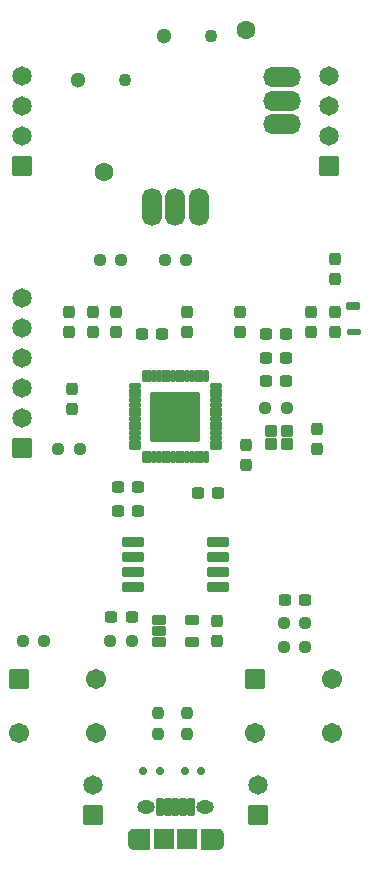
<source format=gbr>
%TF.GenerationSoftware,KiCad,Pcbnew,8.0.2*%
%TF.CreationDate,2024-07-02T22:35:23-04:00*%
%TF.ProjectId,HackerMouseProject,4861636b-6572-44d6-9f75-736550726f6a,rev?*%
%TF.SameCoordinates,Original*%
%TF.FileFunction,Soldermask,Top*%
%TF.FilePolarity,Negative*%
%FSLAX46Y46*%
G04 Gerber Fmt 4.6, Leading zero omitted, Abs format (unit mm)*
G04 Created by KiCad (PCBNEW 8.0.2) date 2024-07-02 22:35:23*
%MOMM*%
%LPD*%
G01*
G04 APERTURE LIST*
G04 Aperture macros list*
%AMRoundRect*
0 Rectangle with rounded corners*
0 $1 Rounding radius*
0 $2 $3 $4 $5 $6 $7 $8 $9 X,Y pos of 4 corners*
0 Add a 4 corners polygon primitive as box body*
4,1,4,$2,$3,$4,$5,$6,$7,$8,$9,$2,$3,0*
0 Add four circle primitives for the rounded corners*
1,1,$1+$1,$2,$3*
1,1,$1+$1,$4,$5*
1,1,$1+$1,$6,$7*
1,1,$1+$1,$8,$9*
0 Add four rect primitives between the rounded corners*
20,1,$1+$1,$2,$3,$4,$5,0*
20,1,$1+$1,$4,$5,$6,$7,0*
20,1,$1+$1,$6,$7,$8,$9,0*
20,1,$1+$1,$8,$9,$2,$3,0*%
G04 Aperture macros list end*
%ADD10C,0.010000*%
%ADD11RoundRect,0.102000X0.725000X-0.725000X0.725000X0.725000X-0.725000X0.725000X-0.725000X-0.725000X0*%
%ADD12C,1.654000*%
%ADD13RoundRect,0.237500X0.237500X-0.300000X0.237500X0.300000X-0.237500X0.300000X-0.237500X-0.300000X0*%
%ADD14RoundRect,0.237500X-0.237500X0.250000X-0.237500X-0.250000X0.237500X-0.250000X0.237500X0.250000X0*%
%ADD15RoundRect,0.237500X0.300000X0.237500X-0.300000X0.237500X-0.300000X-0.237500X0.300000X-0.237500X0*%
%ADD16RoundRect,0.237500X-0.250000X-0.237500X0.250000X-0.237500X0.250000X0.237500X-0.250000X0.237500X0*%
%ADD17RoundRect,0.237500X-0.300000X-0.237500X0.300000X-0.237500X0.300000X0.237500X-0.300000X0.237500X0*%
%ADD18C,1.600000*%
%ADD19O,3.204000X1.704000*%
%ADD20O,1.704000X3.204000*%
%ADD21RoundRect,0.237500X0.250000X0.237500X-0.250000X0.237500X-0.250000X-0.237500X0.250000X-0.237500X0*%
%ADD22RoundRect,0.053000X-0.159000X0.454000X-0.159000X-0.454000X0.159000X-0.454000X0.159000X0.454000X0*%
%ADD23RoundRect,0.053000X-0.454000X0.159000X-0.454000X-0.159000X0.454000X-0.159000X0.454000X0.159000X0*%
%ADD24RoundRect,0.102000X-2.000000X2.000000X-2.000000X-2.000000X2.000000X-2.000000X2.000000X2.000000X0*%
%ADD25RoundRect,0.127500X-0.483250X-0.127500X0.483250X-0.127500X0.483250X0.127500X-0.483250X0.127500X0*%
%ADD26RoundRect,0.165000X-0.453250X-0.165000X0.453250X-0.165000X0.453250X0.165000X-0.453250X0.165000X0*%
%ADD27RoundRect,0.102000X-0.749000X-0.749000X0.749000X-0.749000X0.749000X0.749000X-0.749000X0.749000X0*%
%ADD28C,1.702000*%
%ADD29RoundRect,0.150000X0.150000X0.200000X-0.150000X0.200000X-0.150000X-0.200000X0.150000X-0.200000X0*%
%ADD30RoundRect,0.237500X-0.237500X0.300000X-0.237500X-0.300000X0.237500X-0.300000X0.237500X0.300000X0*%
%ADD31RoundRect,0.150000X-0.150000X-0.200000X0.150000X-0.200000X0.150000X0.200000X-0.150000X0.200000X0*%
%ADD32RoundRect,0.102000X-0.425000X0.375000X-0.425000X-0.375000X0.425000X-0.375000X0.425000X0.375000X0*%
%ADD33RoundRect,0.102000X-0.450000X-0.300000X0.450000X-0.300000X0.450000X0.300000X-0.450000X0.300000X0*%
%ADD34RoundRect,0.102000X-0.200000X-0.675000X0.200000X-0.675000X0.200000X0.675000X-0.200000X0.675000X0*%
%ADD35RoundRect,0.102000X-0.750000X-0.775000X0.750000X-0.775000X0.750000X0.775000X-0.750000X0.775000X0*%
%ADD36O,1.504000X1.154000*%
%ADD37RoundRect,0.098000X-0.809000X-0.294000X0.809000X-0.294000X0.809000X0.294000X-0.809000X0.294000X0*%
%ADD38C,1.100000*%
%ADD39C,1.300000*%
G04 APERTURE END LIST*
D10*
%TO.C,J1*%
X172800000Y-107625000D02*
X171555000Y-107625000D01*
X171524000Y-107624000D01*
X171492000Y-107622000D01*
X171461000Y-107618000D01*
X171430000Y-107612000D01*
X171400000Y-107605000D01*
X171370000Y-107596000D01*
X171340000Y-107585000D01*
X171311000Y-107573000D01*
X171283000Y-107560000D01*
X171255000Y-107545000D01*
X171228000Y-107528000D01*
X171202000Y-107510000D01*
X171177000Y-107491000D01*
X171154000Y-107471000D01*
X171131000Y-107449000D01*
X171109000Y-107426000D01*
X171089000Y-107403000D01*
X171070000Y-107378000D01*
X171052000Y-107352000D01*
X171035000Y-107325000D01*
X171020000Y-107297000D01*
X171007000Y-107269000D01*
X170995000Y-107240000D01*
X170984000Y-107210000D01*
X170975000Y-107180000D01*
X170968000Y-107150000D01*
X170962000Y-107119000D01*
X170958000Y-107088000D01*
X170956000Y-107056000D01*
X170955000Y-107025000D01*
X170955000Y-106475000D01*
X170956000Y-106444000D01*
X170958000Y-106412000D01*
X170962000Y-106381000D01*
X170968000Y-106350000D01*
X170975000Y-106320000D01*
X170984000Y-106290000D01*
X170995000Y-106260000D01*
X171007000Y-106231000D01*
X171020000Y-106203000D01*
X171035000Y-106175000D01*
X171052000Y-106148000D01*
X171070000Y-106122000D01*
X171089000Y-106097000D01*
X171109000Y-106074000D01*
X171131000Y-106051000D01*
X171154000Y-106029000D01*
X171177000Y-106009000D01*
X171202000Y-105990000D01*
X171228000Y-105972000D01*
X171255000Y-105955000D01*
X171283000Y-105940000D01*
X171311000Y-105927000D01*
X171340000Y-105915000D01*
X171370000Y-105904000D01*
X171400000Y-105895000D01*
X171430000Y-105888000D01*
X171461000Y-105882000D01*
X171492000Y-105878000D01*
X171524000Y-105876000D01*
X171555000Y-105875000D01*
X172800000Y-105875000D01*
X172800000Y-107625000D01*
G36*
X172800000Y-107625000D02*
G01*
X171555000Y-107625000D01*
X171524000Y-107624000D01*
X171492000Y-107622000D01*
X171461000Y-107618000D01*
X171430000Y-107612000D01*
X171400000Y-107605000D01*
X171370000Y-107596000D01*
X171340000Y-107585000D01*
X171311000Y-107573000D01*
X171283000Y-107560000D01*
X171255000Y-107545000D01*
X171228000Y-107528000D01*
X171202000Y-107510000D01*
X171177000Y-107491000D01*
X171154000Y-107471000D01*
X171131000Y-107449000D01*
X171109000Y-107426000D01*
X171089000Y-107403000D01*
X171070000Y-107378000D01*
X171052000Y-107352000D01*
X171035000Y-107325000D01*
X171020000Y-107297000D01*
X171007000Y-107269000D01*
X170995000Y-107240000D01*
X170984000Y-107210000D01*
X170975000Y-107180000D01*
X170968000Y-107150000D01*
X170962000Y-107119000D01*
X170958000Y-107088000D01*
X170956000Y-107056000D01*
X170955000Y-107025000D01*
X170955000Y-106475000D01*
X170956000Y-106444000D01*
X170958000Y-106412000D01*
X170962000Y-106381000D01*
X170968000Y-106350000D01*
X170975000Y-106320000D01*
X170984000Y-106290000D01*
X170995000Y-106260000D01*
X171007000Y-106231000D01*
X171020000Y-106203000D01*
X171035000Y-106175000D01*
X171052000Y-106148000D01*
X171070000Y-106122000D01*
X171089000Y-106097000D01*
X171109000Y-106074000D01*
X171131000Y-106051000D01*
X171154000Y-106029000D01*
X171177000Y-106009000D01*
X171202000Y-105990000D01*
X171228000Y-105972000D01*
X171255000Y-105955000D01*
X171283000Y-105940000D01*
X171311000Y-105927000D01*
X171340000Y-105915000D01*
X171370000Y-105904000D01*
X171400000Y-105895000D01*
X171430000Y-105888000D01*
X171461000Y-105882000D01*
X171492000Y-105878000D01*
X171524000Y-105876000D01*
X171555000Y-105875000D01*
X172800000Y-105875000D01*
X172800000Y-107625000D01*
G37*
X178476000Y-105876000D02*
X178508000Y-105878000D01*
X178539000Y-105882000D01*
X178570000Y-105888000D01*
X178600000Y-105895000D01*
X178630000Y-105904000D01*
X178660000Y-105915000D01*
X178689000Y-105927000D01*
X178717000Y-105940000D01*
X178745000Y-105955000D01*
X178772000Y-105972000D01*
X178798000Y-105990000D01*
X178823000Y-106009000D01*
X178846000Y-106029000D01*
X178869000Y-106051000D01*
X178891000Y-106074000D01*
X178911000Y-106097000D01*
X178930000Y-106122000D01*
X178948000Y-106148000D01*
X178965000Y-106175000D01*
X178980000Y-106203000D01*
X178993000Y-106231000D01*
X179005000Y-106260000D01*
X179016000Y-106290000D01*
X179025000Y-106320000D01*
X179032000Y-106350000D01*
X179038000Y-106381000D01*
X179042000Y-106412000D01*
X179044000Y-106444000D01*
X179045000Y-106475000D01*
X179045000Y-107025000D01*
X179044000Y-107056000D01*
X179042000Y-107088000D01*
X179038000Y-107119000D01*
X179032000Y-107150000D01*
X179025000Y-107180000D01*
X179016000Y-107210000D01*
X179005000Y-107240000D01*
X178993000Y-107269000D01*
X178980000Y-107297000D01*
X178965000Y-107325000D01*
X178948000Y-107352000D01*
X178930000Y-107378000D01*
X178911000Y-107403000D01*
X178891000Y-107426000D01*
X178869000Y-107449000D01*
X178846000Y-107471000D01*
X178823000Y-107491000D01*
X178798000Y-107510000D01*
X178772000Y-107528000D01*
X178745000Y-107545000D01*
X178717000Y-107560000D01*
X178689000Y-107573000D01*
X178660000Y-107585000D01*
X178630000Y-107596000D01*
X178600000Y-107605000D01*
X178570000Y-107612000D01*
X178539000Y-107618000D01*
X178508000Y-107622000D01*
X178476000Y-107624000D01*
X178445000Y-107625000D01*
X177200000Y-107625000D01*
X177200000Y-105875000D01*
X178445000Y-105875000D01*
X178476000Y-105876000D01*
G36*
X178476000Y-105876000D02*
G01*
X178508000Y-105878000D01*
X178539000Y-105882000D01*
X178570000Y-105888000D01*
X178600000Y-105895000D01*
X178630000Y-105904000D01*
X178660000Y-105915000D01*
X178689000Y-105927000D01*
X178717000Y-105940000D01*
X178745000Y-105955000D01*
X178772000Y-105972000D01*
X178798000Y-105990000D01*
X178823000Y-106009000D01*
X178846000Y-106029000D01*
X178869000Y-106051000D01*
X178891000Y-106074000D01*
X178911000Y-106097000D01*
X178930000Y-106122000D01*
X178948000Y-106148000D01*
X178965000Y-106175000D01*
X178980000Y-106203000D01*
X178993000Y-106231000D01*
X179005000Y-106260000D01*
X179016000Y-106290000D01*
X179025000Y-106320000D01*
X179032000Y-106350000D01*
X179038000Y-106381000D01*
X179042000Y-106412000D01*
X179044000Y-106444000D01*
X179045000Y-106475000D01*
X179045000Y-107025000D01*
X179044000Y-107056000D01*
X179042000Y-107088000D01*
X179038000Y-107119000D01*
X179032000Y-107150000D01*
X179025000Y-107180000D01*
X179016000Y-107210000D01*
X179005000Y-107240000D01*
X178993000Y-107269000D01*
X178980000Y-107297000D01*
X178965000Y-107325000D01*
X178948000Y-107352000D01*
X178930000Y-107378000D01*
X178911000Y-107403000D01*
X178891000Y-107426000D01*
X178869000Y-107449000D01*
X178846000Y-107471000D01*
X178823000Y-107491000D01*
X178798000Y-107510000D01*
X178772000Y-107528000D01*
X178745000Y-107545000D01*
X178717000Y-107560000D01*
X178689000Y-107573000D01*
X178660000Y-107585000D01*
X178630000Y-107596000D01*
X178600000Y-107605000D01*
X178570000Y-107612000D01*
X178539000Y-107618000D01*
X178508000Y-107622000D01*
X178476000Y-107624000D01*
X178445000Y-107625000D01*
X177200000Y-107625000D01*
X177200000Y-105875000D01*
X178445000Y-105875000D01*
X178476000Y-105876000D01*
G37*
%TD*%
D11*
%TO.C,J6*%
X168000000Y-104770000D03*
D12*
X168000000Y-102230000D03*
%TD*%
D13*
%TO.C,L4*%
X188500000Y-63862500D03*
X188500000Y-62137500D03*
%TD*%
D14*
%TO.C,R4*%
X173500000Y-96087500D03*
X173500000Y-97912500D03*
%TD*%
D15*
%TO.C,C7*%
X178612500Y-77500000D03*
X176887500Y-77500000D03*
%TD*%
D16*
%TO.C,R1*%
X184187500Y-90475000D03*
X186012500Y-90475000D03*
%TD*%
D13*
%TO.C,C5*%
X169990000Y-63862500D03*
X169990000Y-62137500D03*
%TD*%
D17*
%TO.C,C12*%
X182637500Y-68000000D03*
X184362500Y-68000000D03*
%TD*%
D18*
%TO.C,S1*%
X169000000Y-50250000D03*
X181000000Y-38250000D03*
D19*
X184000000Y-44250000D03*
X184000000Y-46250000D03*
X184000000Y-42250000D03*
D20*
X175000000Y-53250000D03*
X177000000Y-53250000D03*
X173000000Y-53250000D03*
%TD*%
D21*
%TO.C,R10*%
X171325000Y-90000000D03*
X169500000Y-90000000D03*
%TD*%
D16*
%TO.C,R2*%
X182587500Y-70250000D03*
X184412500Y-70250000D03*
%TD*%
D14*
%TO.C,R3*%
X176000000Y-96087500D03*
X176000000Y-97912500D03*
%TD*%
D16*
%TO.C,R7*%
X168587500Y-57750000D03*
X170412500Y-57750000D03*
%TD*%
D22*
%TO.C,U1*%
X177600000Y-67555000D03*
X177200000Y-67555000D03*
X176800000Y-67555000D03*
X176400000Y-67555000D03*
X176000000Y-67555000D03*
X175600000Y-67555000D03*
X175200000Y-67555000D03*
X174800000Y-67555000D03*
X174400000Y-67555000D03*
X174000000Y-67555000D03*
X173600000Y-67555000D03*
X173200000Y-67555000D03*
X172800000Y-67555000D03*
X172400000Y-67555000D03*
D23*
X171555000Y-68400000D03*
X171555000Y-68800000D03*
X171555000Y-69200000D03*
X171555000Y-69600000D03*
X171555000Y-70000000D03*
X171555000Y-70400000D03*
X171555000Y-70800000D03*
X171555000Y-71200000D03*
X171555000Y-71600000D03*
X171555000Y-72000000D03*
X171555000Y-72400000D03*
X171555000Y-72800000D03*
X171555000Y-73200000D03*
X171555000Y-73600000D03*
D22*
X172400000Y-74445000D03*
X172800000Y-74445000D03*
X173200000Y-74445000D03*
X173600000Y-74445000D03*
X174000000Y-74445000D03*
X174400000Y-74445000D03*
X174800000Y-74445000D03*
X175200000Y-74445000D03*
X175600000Y-74445000D03*
X176000000Y-74445000D03*
X176400000Y-74445000D03*
X176800000Y-74445000D03*
X177200000Y-74445000D03*
X177600000Y-74445000D03*
D23*
X178445000Y-73600000D03*
X178445000Y-73200000D03*
X178445000Y-72800000D03*
X178445000Y-72400000D03*
X178445000Y-72000000D03*
X178445000Y-71600000D03*
X178445000Y-71200000D03*
X178445000Y-70800000D03*
X178445000Y-70400000D03*
X178445000Y-70000000D03*
X178445000Y-69600000D03*
X178445000Y-69200000D03*
X178445000Y-68800000D03*
X178445000Y-68400000D03*
D24*
X175000000Y-71000000D03*
%TD*%
D15*
%TO.C,L2*%
X173862500Y-64000000D03*
X172137500Y-64000000D03*
%TD*%
%TO.C,C16*%
X186000000Y-86500000D03*
X184275000Y-86500000D03*
%TD*%
D13*
%TO.C,C6*%
X176000000Y-63862500D03*
X176000000Y-62137500D03*
%TD*%
D25*
%TO.C,AE1*%
X190113250Y-63870000D03*
D26*
X190020750Y-61645000D03*
%TD*%
D21*
%TO.C,R8*%
X186000000Y-88500000D03*
X184175000Y-88500000D03*
%TD*%
D11*
%TO.C,J5*%
X162000000Y-49810000D03*
D12*
X162000000Y-47270000D03*
X162000000Y-44730000D03*
X162000000Y-42190000D03*
%TD*%
D27*
%TO.C,SW3*%
X161750000Y-93250000D03*
D28*
X168250000Y-93250000D03*
X161750000Y-97750000D03*
X168250000Y-97750000D03*
%TD*%
D29*
%TO.C,D1*%
X175800000Y-101000000D03*
X177200000Y-101000000D03*
%TD*%
D16*
%TO.C,R9*%
X162087500Y-90000000D03*
X163912500Y-90000000D03*
%TD*%
D13*
%TO.C,C15*%
X188500000Y-59362500D03*
X188500000Y-57637500D03*
%TD*%
D30*
%TO.C,C10*%
X181000000Y-73387500D03*
X181000000Y-75112500D03*
%TD*%
D17*
%TO.C,C11*%
X182637500Y-66000000D03*
X184362500Y-66000000D03*
%TD*%
D15*
%TO.C,C1*%
X171862500Y-77000000D03*
X170137500Y-77000000D03*
%TD*%
D31*
%TO.C,D2*%
X173700000Y-101000000D03*
X172300000Y-101000000D03*
%TD*%
D11*
%TO.C,J4*%
X188000000Y-49810000D03*
D12*
X188000000Y-47270000D03*
X188000000Y-44730000D03*
X188000000Y-42190000D03*
%TD*%
D13*
%TO.C,C8*%
X166250000Y-70362500D03*
X166250000Y-68637500D03*
%TD*%
D27*
%TO.C,SW1*%
X181750000Y-93250000D03*
D28*
X188250000Y-93250000D03*
X181750000Y-97750000D03*
X188250000Y-97750000D03*
%TD*%
D30*
%TO.C,C9*%
X187000000Y-72025000D03*
X187000000Y-73750000D03*
%TD*%
D32*
%TO.C,Y1*%
X184425000Y-72225000D03*
X183075000Y-72225000D03*
X183075000Y-73275000D03*
X184425000Y-73275000D03*
%TD*%
D33*
%TO.C,PS1*%
X173600000Y-88187500D03*
X173600000Y-89137500D03*
X173600000Y-90087500D03*
X176400000Y-90087500D03*
X176400000Y-88187500D03*
%TD*%
D13*
%TO.C,C3*%
X166000000Y-63862500D03*
X166000000Y-62137500D03*
%TD*%
D15*
%TO.C,C17*%
X171287500Y-88000000D03*
X169562500Y-88000000D03*
%TD*%
D34*
%TO.C,J1*%
X173700000Y-104075000D03*
X174350000Y-104075000D03*
X175000000Y-104075000D03*
X175650000Y-104075000D03*
X176300000Y-104075000D03*
D35*
X176000000Y-106750000D03*
X174000000Y-106750000D03*
D36*
X172500000Y-104050000D03*
X177500000Y-104050000D03*
%TD*%
D11*
%TO.C,J2*%
X182000000Y-104770000D03*
D12*
X182000000Y-102230000D03*
%TD*%
D13*
%TO.C,C4*%
X168000000Y-63862500D03*
X168000000Y-62137500D03*
%TD*%
D16*
%TO.C,R6*%
X174087500Y-57750000D03*
X175912500Y-57750000D03*
%TD*%
D13*
%TO.C,C14*%
X186500000Y-63862500D03*
X186500000Y-62137500D03*
%TD*%
D17*
%TO.C,L3*%
X182637500Y-64000000D03*
X184362500Y-64000000D03*
%TD*%
D15*
%TO.C,C2*%
X171862500Y-79000000D03*
X170137500Y-79000000D03*
%TD*%
D37*
%TO.C,U2*%
X171395000Y-81595000D03*
X171395000Y-82865000D03*
X171395000Y-84135000D03*
X171395000Y-85405000D03*
X178605000Y-85405000D03*
X178605000Y-84135000D03*
X178605000Y-82865000D03*
X178605000Y-81595000D03*
%TD*%
D11*
%TO.C,J3*%
X162000000Y-73650000D03*
D12*
X162000000Y-71110000D03*
X162000000Y-68570000D03*
X162000000Y-66030000D03*
X162000000Y-63490000D03*
X162000000Y-60950000D03*
%TD*%
D30*
%TO.C,C18*%
X178500000Y-88275000D03*
X178500000Y-90000000D03*
%TD*%
D16*
%TO.C,R5*%
X165087500Y-73750000D03*
X166912500Y-73750000D03*
%TD*%
D13*
%TO.C,C13*%
X180500000Y-63862500D03*
X180500000Y-62137500D03*
%TD*%
D38*
%TO.C,S2*%
X178000000Y-38750000D03*
D39*
X174000000Y-38750000D03*
%TD*%
D38*
%TO.C,S3*%
X170750000Y-42500000D03*
D39*
X166750000Y-42500000D03*
%TD*%
M02*

</source>
